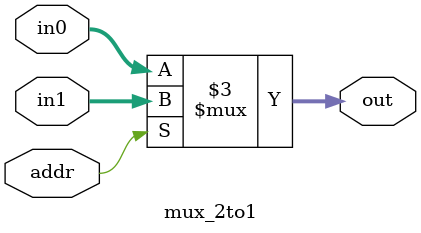
<source format=v>
module mux_2to1(
    out, in0, in1, addr
);
    parameter n = 4;
    input [n-1:0] in0, in1;
    input addr;
    output reg [n-1:0] out;

    always @(*) begin
        if (addr) begin
            out = in1;
        end
        else begin
            out = in0;
        end
    end
endmodule
</source>
